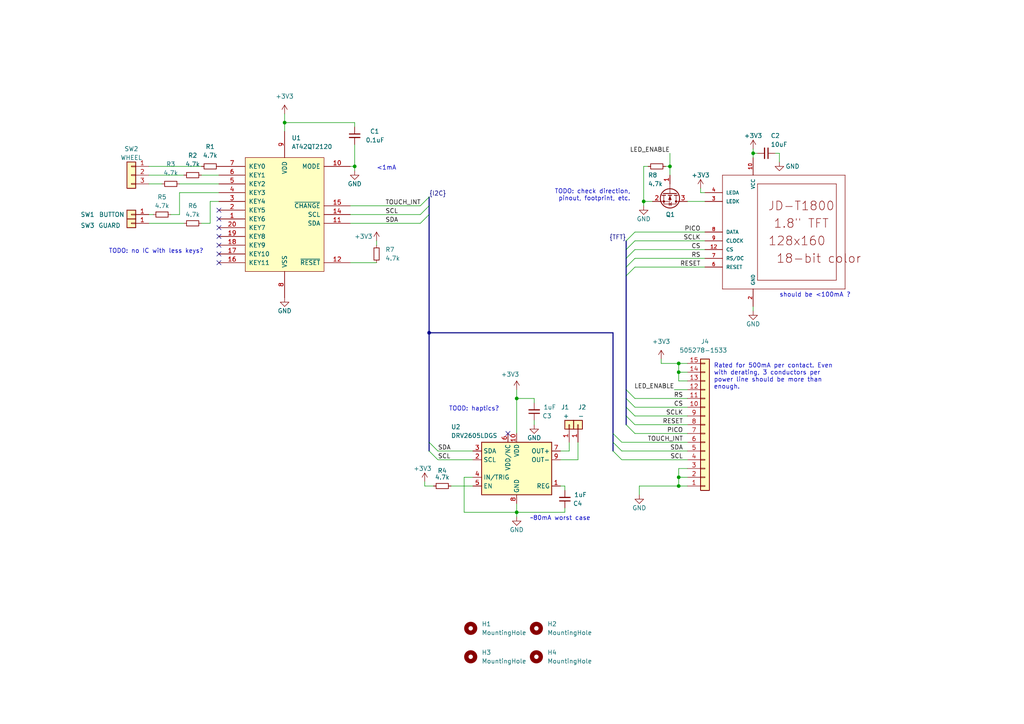
<source format=kicad_sch>
(kicad_sch (version 20230121) (generator eeschema)
  (paper "A4")
  (lib_symbols
    (symbol "Connector_Generic:Conn_01x01" (pin_names (offset 1.016) hide)
      (property "Reference" "J" (at 0 2.54 0))
      (property "Value" "Conn_01x01" (at 0 -2.54 0))
      (symbol "Conn_01x01_1_1"
        (rectangle (start -1.27 0.127) (end 0 -0.127) (stroke (width 0.1524)))
        (rectangle (start -1.27 1.27) (end 1.27 -1.27) (stroke (width 0.254)) (fill (type background)))
        (pin passive line (at -5.08 0 0) (length 3.81) (name "Pin_1") (number "1"))
      )
    )
    (symbol "Connector_Generic:Conn_01x03" (pin_names (offset 1.016) hide)
      (property "Reference" "J" (at 0 5.08 0))
      (property "Value" "Conn_01x03" (at 0 -5.08 0))
      (symbol "Conn_01x03_1_1"
        (rectangle (start -1.27 -2.413) (end 0 -2.667) (stroke (width 0.1524)))
        (rectangle (start -1.27 0.127) (end 0 -0.127) (stroke (width 0.1524)))
        (rectangle (start -1.27 2.667) (end 0 2.413) (stroke (width 0.1524)))
        (rectangle (start -1.27 3.81) (end 1.27 -3.81) (stroke (width 0.254)) (fill (type background)))
        (pin passive line (at -5.08 2.54 0) (length 3.81) (name "Pin_1") (number "1"))
        (pin passive line (at -5.08 0 0) (length 3.81) (name "Pin_2") (number "2"))
        (pin passive line (at -5.08 -2.54 0) (length 3.81) (name "Pin_3") (number "3"))
      )
    )
    (symbol "Connector_Generic:Conn_01x15" (pin_names (offset 1.016) hide)
      (property "Reference" "J" (at 0 20.32 0))
      (property "Value" "Conn_01x15" (at 0 -20.32 0))
      (symbol "Conn_01x15_1_1"
        (rectangle (start -1.27 -17.653) (end 0 -17.907) (stroke (width 0.1524)))
        (rectangle (start -1.27 -15.113) (end 0 -15.367) (stroke (width 0.1524)))
        (rectangle (start -1.27 -12.573) (end 0 -12.827) (stroke (width 0.1524)))
        (rectangle (start -1.27 -10.033) (end 0 -10.287) (stroke (width 0.1524)))
        (rectangle (start -1.27 -7.493) (end 0 -7.747) (stroke (width 0.1524)))
        (rectangle (start -1.27 -4.953) (end 0 -5.207) (stroke (width 0.1524)))
        (rectangle (start -1.27 -2.413) (end 0 -2.667) (stroke (width 0.1524)))
        (rectangle (start -1.27 0.127) (end 0 -0.127) (stroke (width 0.1524)))
        (rectangle (start -1.27 2.667) (end 0 2.413) (stroke (width 0.1524)))
        (rectangle (start -1.27 5.207) (end 0 4.953) (stroke (width 0.1524)))
        (rectangle (start -1.27 7.747) (end 0 7.493) (stroke (width 0.1524)))
        (rectangle (start -1.27 10.287) (end 0 10.033) (stroke (width 0.1524)))
        (rectangle (start -1.27 12.827) (end 0 12.573) (stroke (width 0.1524)))
        (rectangle (start -1.27 15.367) (end 0 15.113) (stroke (width 0.1524)))
        (rectangle (start -1.27 17.907) (end 0 17.653) (stroke (width 0.1524)))
        (rectangle (start -1.27 19.05) (end 1.27 -19.05) (stroke (width 0.254)) (fill (type background)))
        (pin passive line (at -5.08 17.78 0) (length 3.81) (name "Pin_1") (number "1"))
        (pin passive line (at -5.08 -5.08 0) (length 3.81) (name "Pin_10") (number "10"))
        (pin passive line (at -5.08 -7.62 0) (length 3.81) (name "Pin_11") (number "11"))
        (pin passive line (at -5.08 -10.16 0) (length 3.81) (name "Pin_12") (number "12"))
        (pin passive line (at -5.08 -12.7 0) (length 3.81) (name "Pin_13") (number "13"))
        (pin passive line (at -5.08 -15.24 0) (length 3.81) (name "Pin_14") (number "14"))
        (pin passive line (at -5.08 -17.78 0) (length 3.81) (name "Pin_15") (number "15"))
        (pin passive line (at -5.08 15.24 0) (length 3.81) (name "Pin_2") (number "2"))
        (pin passive line (at -5.08 12.7 0) (length 3.81) (name "Pin_3") (number "3"))
        (pin passive line (at -5.08 10.16 0) (length 3.81) (name "Pin_4") (number "4"))
        (pin passive line (at -5.08 7.62 0) (length 3.81) (name "Pin_5") (number "5"))
        (pin passive line (at -5.08 5.08 0) (length 3.81) (name "Pin_6") (number "6"))
        (pin passive line (at -5.08 2.54 0) (length 3.81) (name "Pin_7") (number "7"))
        (pin passive line (at -5.08 0 0) (length 3.81) (name "Pin_8") (number "8"))
        (pin passive line (at -5.08 -2.54 0) (length 3.81) (name "Pin_9") (number "9"))
      )
    )
    (symbol "Device:C_Small" (pin_numbers hide) (pin_names (offset 0.254) hide)
      (property "Reference" "C" (at 0.254 1.778 0))
      (property "Value" "C_Small" (at 0.254 -2.032 0))
      (symbol "C_Small_0_1"
        (polyline (pts (xy -1.524 -0.508) (xy 1.524 -0.508)) (stroke (width 0.3302)))
        (polyline (pts (xy -1.524 0.508) (xy 1.524 0.508)) (stroke (width 0.3048)))
      )
      (symbol "C_Small_1_1"
        (pin passive line (at 0 2.54 270) (length 2.032) (name "~") (number "1"))
        (pin passive line (at 0 -2.54 90) (length 2.032) (name "~") (number "2"))
      )
    )
    (symbol "Device:Q_NMOS_GSD" (pin_names (offset 0) hide)
      (property "Reference" "Q" (at 5.08 1.27 0))
      (property "Value" "Q_NMOS_GSD" (at 5.08 -1.27 0))
      (symbol "Q_NMOS_GSD_0_1"
        (polyline (pts (xy 0.254 0) (xy -2.54 0)))
        (polyline (pts (xy 0.254 1.905) (xy 0.254 -1.905)) (stroke (width 0.254)))
        (polyline (pts (xy 0.762 -1.27) (xy 0.762 -2.286)) (stroke (width 0.254)))
        (polyline (pts (xy 0.762 0.508) (xy 0.762 -0.508)) (stroke (width 0.254)))
        (polyline (pts (xy 0.762 2.286) (xy 0.762 1.27)) (stroke (width 0.254)))
        (polyline (pts (xy 2.54 2.54) (xy 2.54 1.778)))
        (polyline (pts (xy 2.54 -2.54) (xy 2.54 0) (xy 0.762 0)))
        (polyline (pts (xy 0.762 -1.778) (xy 3.302 -1.778) (xy 3.302 1.778) (xy 0.762 1.778)))
        (polyline (pts (xy 1.016 0) (xy 2.032 0.381) (xy 2.032 -0.381) (xy 1.016 0)) (fill (type outline)))
        (polyline (pts (xy 2.794 0.508) (xy 2.921 0.381) (xy 3.683 0.381) (xy 3.81 0.254)))
        (polyline (pts (xy 3.302 0.381) (xy 2.921 -0.254) (xy 3.683 -0.254) (xy 3.302 0.381)))
        (circle (center 1.651 0) (radius 2.794) (stroke (width 0.254)))
        (circle (center 2.54 -1.778) (radius 0.254) (fill (type outline)))
        (circle (center 2.54 1.778) (radius 0.254) (fill (type outline)))
      )
      (symbol "Q_NMOS_GSD_1_1"
        (pin input line (at -5.08 0 0) (length 2.54) (name "G") (number "1"))
        (pin passive line (at 2.54 -5.08 90) (length 2.54) (name "S") (number "2"))
        (pin passive line (at 2.54 5.08 270) (length 2.54) (name "D") (number "3"))
      )
    )
    (symbol "Device:R_Small" (pin_numbers hide) (pin_names (offset 0.254) hide)
      (property "Reference" "R" (at 0.762 0.508 0))
      (property "Value" "R_Small" (at 0.762 -1.016 0))
      (symbol "R_Small_0_1"
        (rectangle (start -0.762 1.778) (end 0.762 -1.778) (stroke (width 0.2032)))
      )
      (symbol "R_Small_1_1"
        (pin passive line (at 0 2.54 270) (length 0.762) (name "~") (number "1"))
        (pin passive line (at 0 -2.54 90) (length 0.762) (name "~") (number "2"))
      )
    )
    (symbol "Driver_Haptic:DRV2605LDGS"
      (property "Reference" "U" (at -10.16 8.255 0))
      (property "Value" "DRV2605LDGS" (at 2.54 -8.89 0))
      (symbol "DRV2605LDGS_0_1"
        (rectangle (start -10.16 7.62) (end 10.16 -7.62) (stroke (width 0.254)) (fill (type background)))
      )
      (symbol "DRV2605LDGS_1_1"
        (pin passive line (at 12.7 -5.08 180) (length 2.54) (name "REG") (number "1"))
        (pin power_in line (at 0 10.16 270) (length 2.54) (name "VDD") (number "10"))
        (pin input line (at -12.7 2.54 0) (length 2.54) (name "SCL") (number "2"))
        (pin bidirectional line (at -12.7 5.08 0) (length 2.54) (name "SDA") (number "3"))
        (pin input line (at -12.7 -2.54 0) (length 2.54) (name "IN/TRIG") (number "4"))
        (pin input line (at -12.7 -5.08 0) (length 2.54) (name "EN") (number "5"))
        (pin power_in line (at -2.54 10.16 270) (length 2.54) (name "VDD/NC") (number "6"))
        (pin output line (at 12.7 5.08 180) (length 2.54) (name "OUT+") (number "7"))
        (pin power_in line (at 0 -10.16 90) (length 2.54) (name "GND") (number "8"))
        (pin output line (at 12.7 2.54 180) (length 2.54) (name "OUT-") (number "9"))
      )
    )
    (symbol "Mechanical:MountingHole" (pin_names (offset 1.016))
      (property "Reference" "H" (at 0 5.08 0))
      (property "Value" "MountingHole" (at 0 3.175 0))
      (symbol "MountingHole_0_1"
        (circle (center 0 0) (radius 1.27) (stroke (width 1.27)))
      )
    )
    (symbol "faceplate-symbols:AT42QT2120" (pin_names (offset 1.016))
      (property "Reference" "U" (at 0 -2.54 0))
      (property "Value" "AT42QT2120" (at 0 2.54 0))
      (symbol "AT42QT2120_1_0"
        (rectangle (start -11.43 16.51) (end 11.43 -16.51) (fill (type background)))
      )
      (symbol "AT42QT2120_1_1"
        (pin bidirectional line (at -19.05 -1.27 0) (length 7.62) (name "KEY6") (number "1"))
        (pin input line (at 19.05 13.97 180) (length 7.62) (name "MODE") (number "10"))
        (pin tri_state line (at 19.05 -2.54 180) (length 7.62) (name "SDA") (number "11"))
        (pin input line (at 19.05 -13.97 180) (length 7.62) (name "~{RESET}") (number "12"))
        (pin no_connect line (at 7.62 -24.13 90) (length 7.62) hide (name "NC") (number "13"))
        (pin tri_state line (at 19.05 0 180) (length 7.62) (name "SCL") (number "14"))
        (pin tri_state line (at 19.05 2.54 180) (length 7.62) (name "~{CHANGE}") (number "15"))
        (pin bidirectional line (at -19.05 -13.97 0) (length 7.62) (name "KEY11") (number "16"))
        (pin bidirectional line (at -19.05 -11.43 0) (length 7.62) (name "KEY10") (number "17"))
        (pin bidirectional line (at -19.05 -8.89 0) (length 7.62) (name "KEY9") (number "18"))
        (pin bidirectional line (at -19.05 -6.35 0) (length 7.62) (name "KEY8") (number "19"))
        (pin bidirectional line (at -19.05 1.27 0) (length 7.62) (name "KEY5") (number "2"))
        (pin bidirectional line (at -19.05 -3.81 0) (length 7.62) (name "KEY7") (number "20"))
        (pin bidirectional line (at -19.05 3.81 0) (length 7.62) (name "KEY4") (number "3"))
        (pin bidirectional line (at -19.05 6.35 0) (length 7.62) (name "KEY3") (number "4"))
        (pin bidirectional line (at -19.05 8.89 0) (length 7.62) (name "KEY2") (number "5"))
        (pin bidirectional line (at -19.05 11.43 0) (length 7.62) (name "KEY1") (number "6"))
        (pin bidirectional line (at -19.05 13.97 0) (length 7.62) (name "KEY0") (number "7"))
        (pin power_in line (at 0 -24.13 90) (length 7.62) (name "VSS") (number "8"))
        (pin power_in line (at 0 24.13 270) (length 7.62) (name "VDD") (number "9"))
      )
    )
    (symbol "faceplate-symbols:JD-T1800" (pin_names (offset 1.016))
      (symbol "JD-T1800_1_0"
        (polyline (pts (xy -17.78 -15.24) (xy -17.78 17.78)))
        (polyline (pts (xy -17.78 17.78) (xy 17.78 17.78)))
        (polyline (pts (xy -7.62 -12.7) (xy -7.62 15.24)))
        (polyline (pts (xy -7.62 15.24) (xy 15.24 15.24)))
        (polyline (pts (xy 15.24 -12.7) (xy -7.62 -12.7)))
        (polyline (pts (xy 15.24 15.24) (xy 15.24 -12.7)))
        (polyline (pts (xy 17.78 -15.24) (xy -17.78 -15.24)))
        (polyline (pts (xy 17.78 17.78) (xy 17.78 -15.24)))
        (text "1.8\" TFT" (at 5.08 3.81 0) (effects (font (size 2.54 2.54))))
        (text "128x160" (at 3.81 -1.27 0) (effects (font (size 2.54 2.54))))
        (text "18-bit color" (at 10.16 -6.35 0) (effects (font (size 2.54 2.54))))
        (text "JD-T1800" (at 5.08 8.89 0) (effects (font (size 2.54 2.54))))
      )
      (symbol "JD-T1800_1_1"
        (pin power_in line (at -8.89 22.86 270) (length 5.08) (name "VCC") (number "10"))
        (pin power_in line (at -8.89 22.86 270) (length 5.08) hide (name "VCC2") (number "11"))
        (pin input line (at -22.86 -3.81 0) (length 5.08) (name "CS") (number "12"))
        (pin power_in line (at -8.89 -20.32 90) (length 5.08) hide (name "GND2") (number "13"))
        (pin power_in line (at -8.89 -20.32 90) (length 5.08) (name "GND") (number "2"))
        (pin input line (at -22.86 10.16 0) (length 5.08) (name "LEDK") (number "3"))
        (pin input line (at -22.86 12.7 0) (length 5.08) (name "LEDA") (number "4"))
        (pin power_in line (at -8.89 -20.32 90) (length 5.08) hide (name "GND1") (number "5"))
        (pin input line (at -22.86 -8.89 0) (length 5.08) (name "RESET") (number "6"))
        (pin input line (at -22.86 -6.35 0) (length 5.08) (name "RS/DC") (number "7"))
        (pin bidirectional line (at -22.86 1.27 0) (length 5.08) (name "DATA") (number "8"))
        (pin input line (at -22.86 -1.27 0) (length 5.08) (name "CLOCK") (number "9"))
      )
    )
    (symbol "power:+3V3" (power) (pin_names (offset 0))
      (property "Value" "+3V3" (at 0 3.556 0))
      (symbol "+3V3_0_1"
        (polyline (pts (xy -0.762 1.27) (xy 0 2.54)))
        (polyline (pts (xy 0 0) (xy 0 2.54)))
        (polyline (pts (xy 0 2.54) (xy 0.762 1.27)))
      )
      (symbol "+3V3_1_1"
        (pin power_in line (at 0 0 90) (length 0) hide (name "+3V3") (number "1"))
      )
    )
    (symbol "power:GND" (power) (pin_names (offset 0))
      (property "Value" "GND" (at 0 -3.81 0))
      (symbol "GND_0_1"
        (polyline (pts (xy 0 0) (xy 0 -1.27) (xy 1.27 -1.27) (xy 0 -2.54) (xy -1.27 -1.27) (xy 0 -1.27)))
      )
      (symbol "GND_1_1"
        (pin power_in line (at 0 0 270) (length 0) hide (name "GND") (number "1"))
      )
    )
  )
  (bus_alias "TFT" (members "PICO" "SCLK" "CS" "RESET" "RS"))
  (bus_alias "I2C" (members "SDA" "SCL" "TOUCH_INT"))
  (junction (at 82.55 35.56))
  (junction (at 196.85 138.43))
  (junction (at 149.86 148.59))
  (junction (at 186.69 58.42))
  (junction (at 149.86 115.57))
  (junction (at 196.85 140.97))
  (junction (at 124.46 96.52))
  (junction (at 194.31 48.26))
  (junction (at 218.44 44.45))
  (junction (at 196.85 107.95))
  (junction (at 196.85 105.41))
  (junction (at 102.87 48.26))
  (no_connect (at 147.32 125.73))
  (no_connect (at 63.5 60.96))
  (no_connect (at 63.5 63.5))
  (no_connect (at 63.5 66.04))
  (no_connect (at 63.5 68.58))
  (no_connect (at 63.5 71.12))
  (no_connect (at 63.5 73.66))
  (no_connect (at 63.5 76.2))
  (bus_entry (at 181.61 69.85) (size 2.54 -2.54))
  (bus_entry (at 124.46 57.15) (size -2.54 2.54))
  (bus_entry (at 181.61 123.19) (size 2.54 2.54))
  (bus_entry (at 181.61 115.57) (size 2.54 2.54))
  (bus_entry (at 177.8 130.81) (size 2.54 2.54))
  (bus_entry (at 181.61 113.03) (size 2.54 2.54))
  (bus_entry (at 181.61 120.65) (size 2.54 2.54))
  (bus_entry (at 181.61 118.11) (size 2.54 2.54))
  (bus_entry (at 181.61 80.01) (size 2.54 -2.54))
  (bus_entry (at 181.61 77.47) (size 2.54 -2.54))
  (bus_entry (at 124.46 62.23) (size -2.54 2.54))
  (bus_entry (at 124.46 59.69) (size -2.54 2.54))
  (bus_entry (at 124.46 128.27) (size 2.54 2.54))
  (bus_entry (at 177.8 125.73) (size 2.54 2.54))
  (bus_entry (at 181.61 74.93) (size 2.54 -2.54))
  (bus_entry (at 124.46 130.81) (size 2.54 2.54))
  (bus_entry (at 181.61 72.39) (size 2.54 -2.54))
  (bus_entry (at 177.8 128.27) (size 2.54 2.54))
  (wire (pts (xy 196.85 105.41) (xy 199.39 105.41)))
  (bus (pts (xy 124.46 62.23) (xy 124.46 96.52)))
  (bus (pts (xy 124.46 96.52) (xy 124.46 128.27)))
  (bus (pts (xy 124.46 57.15) (xy 124.46 59.69)))
  (wire (pts (xy 102.87 48.26) (xy 102.87 49.53)))
  (wire (pts (xy 127 130.81) (xy 137.16 130.81)))
  (wire (pts (xy 165.1 128.27) (xy 165.1 130.81)))
  (wire (pts (xy 63.5 55.88) (xy 52.07 55.88)))
  (wire (pts (xy 162.56 140.97) (xy 163.83 140.97)))
  (wire (pts (xy 149.86 115.57) (xy 154.94 115.57)))
  (wire (pts (xy 149.86 113.03) (xy 149.86 115.57)))
  (wire (pts (xy 184.15 115.57) (xy 199.39 115.57)))
  (wire (pts (xy 180.34 128.27) (xy 199.39 128.27)))
  (wire (pts (xy 191.77 104.14) (xy 191.77 105.41)))
  (wire (pts (xy 82.55 35.56) (xy 102.87 35.56)))
  (wire (pts (xy 154.94 115.57) (xy 154.94 116.84)))
  (wire (pts (xy 199.39 110.49) (xy 196.85 110.49)))
  (wire (pts (xy 134.62 138.43) (xy 134.62 148.59)))
  (wire (pts (xy 130.81 140.97) (xy 137.16 140.97)))
  (wire (pts (xy 102.87 36.83) (xy 102.87 35.56)))
  (wire (pts (xy 63.5 58.42) (xy 60.96 58.42)))
  (wire (pts (xy 123.19 140.97) (xy 125.73 140.97)))
  (wire (pts (xy 218.44 44.45) (xy 219.71 44.45)))
  (bus (pts (xy 181.61 72.39) (xy 181.61 74.93)))
  (wire (pts (xy 184.15 74.93) (xy 204.47 74.93)))
  (wire (pts (xy 186.69 59.69) (xy 186.69 58.42)))
  (wire (pts (xy 203.2 54.61) (xy 203.2 55.88)))
  (bus (pts (xy 181.61 77.47) (xy 181.61 80.01)))
  (wire (pts (xy 167.64 128.27) (xy 167.64 133.35)))
  (wire (pts (xy 101.6 48.26) (xy 102.87 48.26)))
  (wire (pts (xy 186.69 48.26) (xy 186.69 58.42)))
  (wire (pts (xy 180.34 130.81) (xy 199.39 130.81)))
  (wire (pts (xy 184.15 118.11) (xy 199.39 118.11)))
  (bus (pts (xy 124.46 96.52) (xy 177.8 96.52)))
  (wire (pts (xy 196.85 135.89) (xy 196.85 138.43)))
  (wire (pts (xy 199.39 58.42) (xy 204.47 58.42)))
  (wire (pts (xy 127 133.35) (xy 137.16 133.35)))
  (wire (pts (xy 58.42 50.8) (xy 63.5 50.8)))
  (wire (pts (xy 187.96 48.26) (xy 186.69 48.26)))
  (wire (pts (xy 163.83 148.59) (xy 163.83 147.32)))
  (wire (pts (xy 149.86 148.59) (xy 149.86 149.86)))
  (bus (pts (xy 181.61 69.85) (xy 181.61 72.39)))
  (wire (pts (xy 184.15 125.73) (xy 199.39 125.73)))
  (wire (pts (xy 226.06 44.45) (xy 226.06 46.99)))
  (wire (pts (xy 134.62 148.59) (xy 149.86 148.59)))
  (wire (pts (xy 218.44 90.17) (xy 218.44 88.9)))
  (wire (pts (xy 101.6 62.23) (xy 121.92 62.23)))
  (wire (pts (xy 43.18 50.8) (xy 53.34 50.8)))
  (bus (pts (xy 181.61 80.01) (xy 181.61 113.03)))
  (wire (pts (xy 180.34 133.35) (xy 199.39 133.35)))
  (bus (pts (xy 124.46 128.27) (xy 124.46 130.81)))
  (wire (pts (xy 199.39 135.89) (xy 196.85 135.89)))
  (wire (pts (xy 184.15 120.65) (xy 199.39 120.65)))
  (bus (pts (xy 181.61 118.11) (xy 181.61 120.65)))
  (wire (pts (xy 165.1 130.81) (xy 162.56 130.81)))
  (wire (pts (xy 224.79 44.45) (xy 226.06 44.45)))
  (bus (pts (xy 177.8 128.27) (xy 177.8 130.81)))
  (wire (pts (xy 52.07 53.34) (xy 63.5 53.34)))
  (wire (pts (xy 102.87 41.91) (xy 102.87 48.26)))
  (bus (pts (xy 181.61 115.57) (xy 181.61 118.11)))
  (wire (pts (xy 43.18 64.77) (xy 53.34 64.77)))
  (bus (pts (xy 181.61 74.93) (xy 181.61 77.47)))
  (wire (pts (xy 203.2 55.88) (xy 204.47 55.88)))
  (wire (pts (xy 196.85 110.49) (xy 196.85 107.95)))
  (wire (pts (xy 193.04 48.26) (xy 194.31 48.26)))
  (wire (pts (xy 163.83 140.97) (xy 163.83 142.24)))
  (wire (pts (xy 196.85 140.97) (xy 199.39 140.97)))
  (wire (pts (xy 154.94 123.19) (xy 154.94 121.92)))
  (wire (pts (xy 82.55 35.56) (xy 82.55 38.1)))
  (wire (pts (xy 185.42 143.51) (xy 185.42 140.97)))
  (wire (pts (xy 184.15 67.31) (xy 204.47 67.31)))
  (wire (pts (xy 191.77 105.41) (xy 196.85 105.41)))
  (wire (pts (xy 101.6 64.77) (xy 121.92 64.77)))
  (wire (pts (xy 194.31 48.26) (xy 194.31 50.8)))
  (wire (pts (xy 137.16 138.43) (xy 134.62 138.43)))
  (bus (pts (xy 124.46 59.69) (xy 124.46 62.23)))
  (wire (pts (xy 149.86 115.57) (xy 149.86 125.73)))
  (wire (pts (xy 167.64 133.35) (xy 162.56 133.35)))
  (wire (pts (xy 196.85 107.95) (xy 196.85 105.41)))
  (wire (pts (xy 52.07 62.23) (xy 49.53 62.23)))
  (wire (pts (xy 196.85 138.43) (xy 196.85 140.97)))
  (wire (pts (xy 184.15 123.19) (xy 199.39 123.19)))
  (bus (pts (xy 181.61 113.03) (xy 181.61 115.57)))
  (wire (pts (xy 194.31 44.45) (xy 194.31 48.26)))
  (wire (pts (xy 101.6 59.69) (xy 121.92 59.69)))
  (wire (pts (xy 184.15 69.85) (xy 204.47 69.85)))
  (bus (pts (xy 177.8 125.73) (xy 177.8 128.27)))
  (wire (pts (xy 52.07 55.88) (xy 52.07 62.23)))
  (wire (pts (xy 218.44 44.45) (xy 218.44 45.72)))
  (wire (pts (xy 149.86 146.05) (xy 149.86 148.59)))
  (wire (pts (xy 82.55 33.02) (xy 82.55 35.56)))
  (wire (pts (xy 195.58 113.03) (xy 199.39 113.03)))
  (wire (pts (xy 43.18 53.34) (xy 46.99 53.34)))
  (bus (pts (xy 177.8 96.52) (xy 177.8 125.73)))
  (wire (pts (xy 109.22 76.2) (xy 101.6 76.2)))
  (wire (pts (xy 184.15 77.47) (xy 204.47 77.47)))
  (wire (pts (xy 184.15 72.39) (xy 204.47 72.39)))
  (wire (pts (xy 123.19 139.7) (xy 123.19 140.97)))
  (bus (pts (xy 181.61 120.65) (xy 181.61 123.19)))
  (wire (pts (xy 199.39 107.95) (xy 196.85 107.95)))
  (wire (pts (xy 199.39 138.43) (xy 196.85 138.43)))
  (wire (pts (xy 60.96 64.77) (xy 58.42 64.77)))
  (wire (pts (xy 60.96 58.42) (xy 60.96 64.77)))
  (wire (pts (xy 109.22 71.12) (xy 109.22 69.85)))
  (wire (pts (xy 186.69 58.42) (xy 189.23 58.42)))
  (wire (pts (xy 163.83 148.59) (xy 149.86 148.59)))
  (wire (pts (xy 185.42 140.97) (xy 196.85 140.97)))
  (wire (pts (xy 43.18 62.23) (xy 44.45 62.23)))
  (wire (pts (xy 43.18 48.26) (xy 58.42 48.26)))
  (wire (pts (xy 218.44 43.18) (xy 218.44 44.45)))
  (text "TOOD: haptics?" (at 130.175 119.38 0) (effects (font (size 1.27 1.27)) (justify left bottom)))
  (text "TODO: no IC with less keys?" (at 59.055 73.66 0) (effects (font (size 1.27 1.27)) (justify right bottom)))
  (text "TODO: check direction,\npinout, footprint, etc." (at 182.88 58.42 0) (effects (font (size 1.27 1.27)) (justify right bottom)))
  (text "should be <100mA ?" (at 226.06 86.36 0) (effects (font (size 1.27 1.27)) (justify left bottom)))
  (text "~80mA worst case" (at 153.67 151.13 0) (effects (font (size 1.27 1.27)) (justify left bottom)))
  (text "Rated for 500mA per contact. Even\nwith derating, 3 conductors per\npower line should be more than\nenough." (at 207.01 113.03 0) (effects (font (size 1.27 1.27)) (justify left bottom)))
  (text "<1mA" (at 109.22 49.53 0) (effects (font (size 1.27 1.27)) (justify left bottom)))
  (label "RESET" (at 198.12 123.19 180))
  (label "SCLK" (at 198.12 120.65 180))
  (label "TOUCH_INT" (at 111.76 59.69 0))
  (label "RESET" (at 203.2 77.47 180))
  (label "CS" (at 198.12 118.11 180))
  (label "SCL" (at 127 133.35 0))
  (label "SDA" (at 111.76 64.77 0))
  (label "SCL" (at 111.76 62.23 0))
  (label "SCL" (at 198.12 133.35 180))
  (label "SDA" (at 198.12 130.81 180))
  (label "PICO" (at 198.12 125.73 180))
  (label "CS" (at 203.2 72.39 180))
  (label "{TFT}" (at 181.61 69.85 180))
  (label "LED_ENABLE" (at 195.58 113.03 180))
  (label "TOUCH_INT" (at 198.12 128.27 180))
  (label "RS" (at 203.2 74.93 180))
  (label "RS" (at 198.12 115.57 180))
  (label "LED_ENABLE" (at 194.31 44.45 180))
  (label "{I2C}" (at 124.46 57.15 0))
  (label "SDA" (at 127 130.81 0))
  (label "PICO" (at 203.2 67.31 180))
  (label "SCLK" (at 203.2 69.85 180))
  (symbol (lib_id "power:GND") (at 149.86 149.86 0) (unit 1)
    (property "Reference" "#PWR0108" (effects hide))
    (property "Value" "GND" (at 149.86 153.67 0))
  )
  (symbol (lib_id "power:GND") (at 102.87 49.53 0) (unit 1)
    (property "Reference" "#PWR02" (effects hide))
    (property "Value" "GND" (at 102.87 53.34 0))
  )
  (symbol (lib_id "power:+3V3") (at 82.55 33.02 0) (unit 1)
    (property "Reference" "#PWR01" (effects hide))
    (property "Value" "+3V3" (at 82.55 27.94 0))
  )
  (symbol (lib_id "Driver_Haptic:DRV2605LDGS") (at 149.86 135.89 0) (unit 1)
    (property "Reference" "U2" (at 130.81 123.825 0) (effects (justify left)))
    (property "Value" "DRV2605LDGS" (at 130.81 126.365 0) (effects (justify left)))
    (property "Footprint" "Package_SO:VSSOP-10_3x3mm_P0.5mm" (effects hide))
    (property "Datasheet" "http://www.ti.com/lit/ds/symlink/drv2605l.pdf" (effects hide))
    (property "MPN" "DRV2605LDGST" (effects hide))
  )
  (symbol (lib_id "power:GND") (at 226.06 46.99 0) (unit 1)
    (property "Reference" "#PWR07" (effects hide))
    (property "Value" "GND" (at 229.87 48.26 0))
  )
  (symbol (lib_id "Device:R_Small") (at 49.53 53.34 90) (unit 1)
    (property "Reference" "R3" (at 49.53 47.625 90))
    (property "Value" "4.7k" (at 49.53 50.165 90))
    (property "Footprint" "Resistor_SMD:R_0402_1005Metric" (effects hide))
    (property "MPN" "CRCW04024K70FKEDC" (effects hide))
  )
  (symbol (lib_id "Device:R_Small") (at 55.88 64.77 90) (unit 1)
    (property "Reference" "R6" (at 55.88 59.69 90))
    (property "Value" "4.7k" (at 55.88 62.23 90))
    (property "Footprint" "Resistor_SMD:R_0402_1005Metric" (effects hide))
    (property "MPN" "CRCW04024K70FKEDC" (effects hide))
  )
  (symbol (lib_id "Mechanical:MountingHole") (at 155.575 190.5 0) (unit 1)
    (property "Reference" "H4" (at 158.75 189.2299 0) (effects (justify left)))
    (property "Value" "MountingHole" (at 158.75 191.7699 0) (effects (justify left)))
    (property "Footprint" "MountingHole:MountingHole_2.2mm_M2" (effects hide))
  )
  (symbol (lib_id "Mechanical:MountingHole") (at 136.525 190.5 0) (unit 1)
    (property "Reference" "H3" (at 139.7 189.2299 0) (effects (justify left)))
    (property "Value" "MountingHole" (at 139.7 191.7699 0) (effects (justify left)))
    (property "Footprint" "MountingHole:MountingHole_2.2mm_M2" (effects hide))
  )
  (symbol (lib_id "Connector_Generic:Conn_01x03") (at 38.1 50.8 0) (mirror y) (unit 1)
    (property "Reference" "SW2" (at 38.1 43.18 0))
    (property "Value" "WHEEL" (at 38.1 45.72 0))
    (property "Footprint" "faceplate-footprints:qtouch-wheel" (effects hide))
  )
  (symbol (lib_id "power:GND") (at 185.42 143.51 0) (unit 1)
    (property "Reference" "#PWR0102" (effects hide))
    (property "Value" "GND" (at 185.42 147.32 0))
  )
  (symbol (lib_id "Device:C_Small") (at 154.94 119.38 180) (unit 1)
    (property "Reference" "C3" (at 160.02 120.65 0) (effects (justify left)))
    (property "Value" "1uF" (at 161.29 118.11 0) (effects (justify left)))
    (property "Footprint" "Capacitor_SMD:C_0805_2012Metric" (effects hide))
    (property "MPN" "EMK212BJ105KG-T" (effects hide))
  )
  (symbol (lib_id "power:GND") (at 186.69 59.69 0) (unit 1)
    (property "Reference" "#PWR09" (effects hide))
    (property "Value" "GND" (at 186.69 63.5 0))
  )
  (symbol (lib_id "Device:C_Small") (at 222.25 44.45 270) (mirror x) (unit 1)
    (property "Reference" "C2" (at 223.52 39.37 90) (effects (justify left)))
    (property "Value" "10uF" (at 223.52 41.91 90) (effects (justify left)))
    (property "Footprint" "Capacitor_SMD:C_0805_2012Metric" (effects hide))
    (property "MPN" "EMK212ABJ106KG-T" (effects hide))
  )
  (symbol (lib_id "Device:R_Small") (at 128.27 140.97 90) (unit 1)
    (property "Reference" "R4" (at 128.27 136.525 90))
    (property "Value" "4.7k" (at 128.27 138.43 90))
    (property "Footprint" "Resistor_SMD:R_0402_1005Metric" (effects hide))
    (property "MPN" "CRCW04024K70FKEDC" (effects hide))
  )
  (symbol (lib_id "Connector_Generic:Conn_01x01") (at 165.1 123.19 270) (mirror x) (unit 1)
    (property "Reference" "J1" (at 165.1 118.11 90) (effects (justify right)))
    (property "Value" "+" (at 165.1 120.65 90) (effects (justify right)))
  )
  (symbol (lib_id "power:GND") (at 154.94 123.19 0) (unit 1)
    (property "Reference" "#PWR0106" (effects hide))
    (property "Value" "GND" (at 154.94 127 0))
  )
  (symbol (lib_id "Device:R_Small") (at 190.5 48.26 270) (unit 1)
    (property "Reference" "R8" (at 187.96 50.8 90) (effects (justify left)))
    (property "Value" "4.7k" (at 187.96 53.34 90) (effects (justify left)))
    (property "Footprint" "Resistor_SMD:R_0402_1005Metric" (effects hide))
    (property "MPN" "CRCW04024K70FKEDC" (effects hide))
  )
  (symbol (lib_id "power:+3V3") (at 203.2 54.61 0) (unit 1)
    (property "Reference" "#PWR08" (effects hide))
    (property "Value" "+3V3" (at 203.2 50.8 0))
  )
  (symbol (lib_id "Connector_Generic:Conn_01x01") (at 38.1 64.77 180) (unit 1)
    (property "Reference" "SW3" (at 25.4 65.405 0))
    (property "Value" "GUARD" (at 31.75 65.405 0))
    (property "Footprint" "faceplate-footprints:qtouch-guard" (effects hide))
  )
  (symbol (lib_id "Device:Q_NMOS_GSD") (at 194.31 55.88 270) (unit 1)
    (property "Reference" "Q1" (at 193.04 62.23 90) (effects (justify left)))
    (property "Value" "PJC138K" (effects hide))
    (property "Footprint" "Package_TO_SOT_SMD:SOT-323_SC-70" (effects hide))
    (property "MPN" "PJC138K_R1_00001" (effects hide))
  )
  (symbol (lib_id "power:GND") (at 82.55 86.36 0) (unit 1)
    (property "Reference" "#PWR05" (effects hide))
    (property "Value" "GND" (at 82.55 90.17 0))
  )
  (symbol (lib_id "power:GND") (at 218.44 90.17 0) (unit 1)
    (property "Reference" "#PWR06" (effects hide))
    (property "Value" "GND" (at 218.44 93.98 0))
  )
  (symbol (lib_id "Device:C_Small") (at 102.87 39.37 0) (unit 1)
    (property "Reference" "C1" (at 107.315 38.1 0) (effects (justify left)))
    (property "Value" "0.1uF" (at 106.045 40.64 0) (effects (justify left)))
    (property "Footprint" "Capacitor_SMD:C_0805_2012Metric" (effects hide))
    (property "MPN" "0805YD104KAT2A" (effects hide))
  )
  (symbol (lib_id "power:+3V3") (at 123.19 139.7 0) (unit 1)
    (property "Reference" "#PWR0107" (effects hide))
    (property "Value" "+3V3" (at 122.555 135.89 0))
  )
  (symbol (lib_id "power:+3V3") (at 218.44 43.18 0) (unit 1)
    (property "Reference" "#PWR03" (effects hide))
    (property "Value" "+3V3" (at 218.44 39.37 0))
  )
  (symbol (lib_id "Device:R_Small") (at 46.99 62.23 90) (unit 1)
    (property "Reference" "R5" (at 46.99 57.15 90))
    (property "Value" "4.7k" (at 46.99 59.69 90))
    (property "Footprint" "Resistor_SMD:R_0402_1005Metric" (effects hide))
    (property "MPN" "CRCW04024K70FKEDC" (effects hide))
  )
  (symbol (lib_id "Device:C_Small") (at 163.83 144.78 180) (unit 1)
    (property "Reference" "C4" (at 168.91 146.05 0) (effects (justify left)))
    (property "Value" "1uF" (at 170.18 143.51 0) (effects (justify left)))
    (property "Footprint" "Capacitor_SMD:C_0805_2012Metric" (effects hide))
    (property "MPN" "EMK212BJ105KG-T" (effects hide))
  )
  (symbol (lib_id "Connector_Generic:Conn_01x01") (at 38.1 62.23 180) (unit 1)
    (property "Reference" "SW1" (at 25.4 62.23 0))
    (property "Value" "BUTTON" (at 32.385 62.23 0))
    (property "Footprint" "faceplate-footprints:qtouch-button" (effects hide))
  )
  (symbol (lib_id "Connector_Generic:Conn_01x01") (at 167.64 123.19 90) (unit 1)
    (property "Reference" "J2" (at 167.64 118.11 90) (effects (justify right)))
    (property "Value" "-" (at 167.64 120.65 90) (effects (justify right)))
  )
  (symbol (lib_id "power:+3V3") (at 149.86 113.03 0) (unit 1)
    (property "Reference" "#PWR0109" (effects hide))
    (property "Value" "+3V3" (at 147.955 108.585 0))
  )
  (symbol (lib_id "Device:R_Small") (at 60.96 48.26 90) (unit 1)
    (property "Reference" "R1" (at 60.96 42.545 90))
    (property "Value" "4.7k" (at 60.96 45.085 90))
    (property "Footprint" "Resistor_SMD:R_0402_1005Metric" (effects hide))
    (property "MPN" "CRCW04024K70FKEDC" (effects hide))
  )
  (symbol (lib_id "Mechanical:MountingHole") (at 136.525 182.245 0) (unit 1)
    (property "Reference" "H1" (at 139.7 180.9749 0) (effects (justify left)))
    (property "Value" "MountingHole" (at 139.7 183.5149 0) (effects (justify left)))
    (property "Footprint" "MountingHole:MountingHole_2.2mm_M2" (effects hide))
  )
  (symbol (lib_id "Device:R_Small") (at 55.88 50.8 90) (unit 1)
    (property "Reference" "R2" (at 55.88 45.085 90))
    (property "Value" "4.7k" (at 55.88 47.625 90))
    (property "Footprint" "Resistor_SMD:R_0402_1005Metric" (effects hide))
    (property "MPN" "CRCW04024K70FKEDC" (effects hide))
  )
  (symbol (lib_id "Mechanical:MountingHole") (at 155.575 182.245 0) (unit 1)
    (property "Reference" "H2" (at 158.75 180.9749 0) (effects (justify left)))
    (property "Value" "MountingHole" (at 158.75 183.5149 0) (effects (justify left)))
    (property "Footprint" "MountingHole:MountingHole_2.2mm_M2" (effects hide))
  )
  (symbol (lib_id "power:+3V3") (at 191.77 104.14 0) (unit 1)
    (property "Reference" "#PWR0101" (effects hide))
    (property "Value" "+3V3" (at 191.77 99.06 0))
  )
  (symbol (lib_id "power:+3V3") (at 109.22 69.85 0) (unit 1)
    (property "Reference" "#PWR04" (effects hide))
    (property "Value" "+3V3" (at 105.41 68.58 0))
  )
  (symbol (lib_id "faceplate-symbols:AT42QT2120") (at 82.55 62.23 0) (unit 1)
    (property "Reference" "U1" (at 84.5694 40.005 0) (effects (justify left)))
    (property "Value" "AT42QT2120" (at 84.5694 42.545 0) (effects (justify left)))
    (property "Footprint" "Package_DFN_QFN:VQFN-20-1EP_3x3mm_P0.45mm_EP1.55x1.55mm" (effects hide))
    (property "Datasheet" "DOCUMENTATION" (effects hide))
    (property "MPN" "AT42QT2120-MMH" (effects hide))
  )
  (symbol (lib_id "faceplate-symbols:JD-T1800") (at 227.33 68.58 0) (unit 1)
    (property "Reference" "LCD1" (effects hide))
    (property "Value" "JD-T1800" (effects hide))
    (property "Footprint" "faceplate-footprints:JD-T1800" (effects hide))
  )
  (symbol (lib_id "Connector_Generic:Conn_01x15") (at 204.47 123.19 0) (mirror x) (unit 1)
    (property "Reference" "J4" (at 204.47 99.06 0))
    (property "Value" "505278-1533 " (at 204.47 101.6 0))
    (property "Footprint" "faceplate-footprints:molex_5052781533" (effects hide))
    (property "MPN" "505278-1533 " (effects hide))
  )
  (symbol (lib_id "Device:R_Small") (at 109.22 73.66 0) (unit 1)
    (property "Reference" "R7" (at 111.76 72.3899 0) (effects (justify left)))
    (property "Value" "4.7k" (at 111.76 74.9299 0) (effects (justify left)))
    (property "Footprint" "Resistor_SMD:R_0402_1005Metric" (effects hide))
    (property "MPN" "CRCW04024K70FKEDC" (effects hide))
  )
)
</source>
